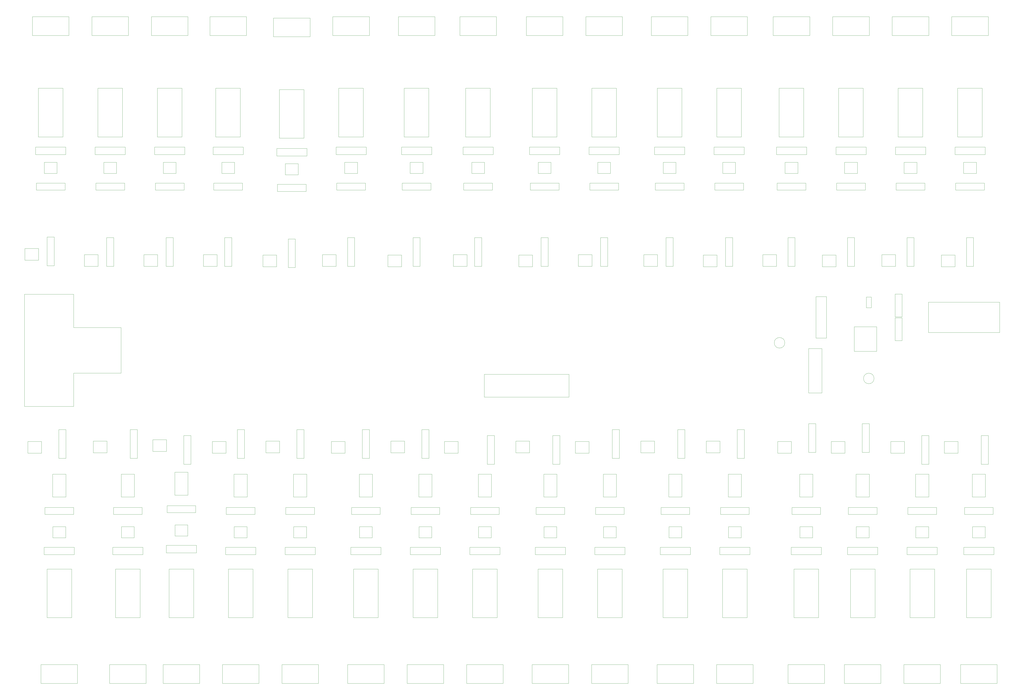
<source format=gbr>
%TF.GenerationSoftware,KiCad,Pcbnew,7.0.7*%
%TF.CreationDate,2023-09-03T02:21:55+05:00*%
%TF.ProjectId,MCUPCB,4d435550-4342-42e6-9b69-6361645f7063,rev?*%
%TF.SameCoordinates,Original*%
%TF.FileFunction,Other,User*%
%FSLAX46Y46*%
G04 Gerber Fmt 4.6, Leading zero omitted, Abs format (unit mm)*
G04 Created by KiCad (PCBNEW 7.0.7) date 2023-09-03 02:21:55*
%MOMM*%
%LPD*%
G01*
G04 APERTURE LIST*
%ADD10C,0.050000*%
G04 APERTURE END LIST*
D10*
%TO.C,D21*%
X383130000Y-122740000D02*
X383130000Y-119540000D01*
X370270000Y-119540000D02*
X370270000Y-122740000D01*
X383130000Y-119540000D02*
X370270000Y-119540000D01*
X370270000Y-122740000D02*
X383130000Y-122740000D01*
%TO.C,K12*%
X396807500Y-94390000D02*
X396807500Y-115170000D01*
X396807500Y-94390000D02*
X407307500Y-94390000D01*
X407307500Y-115170000D02*
X396807500Y-115170000D01*
X407307500Y-115170000D02*
X407307500Y-94390000D01*
%TO.C,D15*%
X301392500Y-122740000D02*
X301392500Y-119540000D01*
X288532500Y-119540000D02*
X288532500Y-122740000D01*
X301392500Y-119540000D02*
X288532500Y-119540000D01*
X288532500Y-122740000D02*
X301392500Y-122740000D01*
%TO.C,K14*%
X448825000Y-94390000D02*
X448825000Y-115170000D01*
X448825000Y-94390000D02*
X459325000Y-94390000D01*
X459325000Y-115170000D02*
X448825000Y-115170000D01*
X459325000Y-115170000D02*
X459325000Y-94390000D01*
%TO.C,Q8*%
X297692500Y-130770000D02*
X292232500Y-130770000D01*
X292232500Y-126030000D02*
X292232500Y-130770000D01*
X297692500Y-130770000D02*
X297692500Y-126030000D01*
X292232500Y-126030000D02*
X297692500Y-126030000D01*
%TO.C,K15*%
X474225000Y-94390000D02*
X474225000Y-115170000D01*
X474225000Y-94390000D02*
X484725000Y-94390000D01*
X484725000Y-115170000D02*
X474225000Y-115170000D01*
X484725000Y-115170000D02*
X484725000Y-94390000D01*
%TO.C,K16*%
X499625000Y-94390000D02*
X499625000Y-115170000D01*
X499625000Y-94390000D02*
X510125000Y-94390000D01*
X510125000Y-115170000D02*
X499625000Y-115170000D01*
X510125000Y-115170000D02*
X510125000Y-94390000D01*
%TO.C,K5*%
X210147500Y-94950000D02*
X210147500Y-115730000D01*
X210147500Y-94950000D02*
X220647500Y-94950000D01*
X220647500Y-115730000D02*
X210147500Y-115730000D01*
X220647500Y-115730000D02*
X220647500Y-94950000D01*
%TO.C,J14*%
X461917500Y-71800000D02*
X446317500Y-71800000D01*
X446317500Y-63800000D02*
X446317500Y-71800000D01*
X446317500Y-63800000D02*
X461917500Y-63800000D01*
X461917500Y-71800000D02*
X461917500Y-63800000D01*
%TO.C,Q10*%
X346030000Y-126030000D02*
X351490000Y-126030000D01*
X351490000Y-130770000D02*
X351490000Y-126030000D01*
X346030000Y-126030000D02*
X346030000Y-130770000D01*
X351490000Y-130770000D02*
X346030000Y-130770000D01*
%TO.C,K10*%
X353967500Y-115170000D02*
X353967500Y-94390000D01*
X353967500Y-115170000D02*
X343467500Y-115170000D01*
X343467500Y-94390000D02*
X353967500Y-94390000D01*
X343467500Y-94390000D02*
X343467500Y-115170000D01*
%TO.C,R23*%
X403600000Y-158190000D02*
X400600000Y-158190000D01*
X400600000Y-158190000D02*
X400600000Y-170450000D01*
X403600000Y-170450000D02*
X403600000Y-158190000D01*
X400600000Y-170450000D02*
X403600000Y-170450000D01*
%TO.C,D23*%
X395670000Y-122740000D02*
X408530000Y-122740000D01*
X408530000Y-119540000D02*
X395670000Y-119540000D01*
X395670000Y-119540000D02*
X395670000Y-122740000D01*
X408530000Y-122740000D02*
X408530000Y-119540000D01*
%TO.C,K11*%
X371407500Y-94390000D02*
X371407500Y-115170000D01*
X371407500Y-94390000D02*
X381907500Y-94390000D01*
X381907500Y-115170000D02*
X371407500Y-115170000D01*
X381907500Y-115170000D02*
X381907500Y-94390000D01*
%TO.C,D24*%
X396947500Y-170610000D02*
X396947500Y-165610000D01*
X391097500Y-165610000D02*
X391097500Y-170610000D01*
X396947500Y-165610000D02*
X391097500Y-165610000D01*
X391097500Y-170610000D02*
X396947500Y-170610000D01*
%TO.C,Q16*%
X502187500Y-126030000D02*
X507647500Y-126030000D01*
X507647500Y-130770000D02*
X507647500Y-126030000D01*
X502187500Y-126030000D02*
X502187500Y-130770000D01*
X507647500Y-130770000D02*
X502187500Y-130770000D01*
%TO.C,K13*%
X423425000Y-94390000D02*
X423425000Y-115170000D01*
X423425000Y-94390000D02*
X433925000Y-94390000D01*
X433925000Y-115170000D02*
X423425000Y-115170000D01*
X433925000Y-115170000D02*
X433925000Y-94390000D01*
%TO.C,D26*%
X422347500Y-170450000D02*
X422347500Y-165450000D01*
X416497500Y-165450000D02*
X416497500Y-170450000D01*
X422347500Y-165450000D02*
X416497500Y-165450000D01*
X416497500Y-170450000D02*
X422347500Y-170450000D01*
%TO.C,Q11*%
X379430000Y-130770000D02*
X373970000Y-130770000D01*
X373970000Y-126030000D02*
X373970000Y-130770000D01*
X379430000Y-130770000D02*
X379430000Y-126030000D01*
X373970000Y-126030000D02*
X379430000Y-126030000D01*
%TO.C,R29*%
X481017500Y-158190000D02*
X478017500Y-158190000D01*
X478017500Y-158190000D02*
X478017500Y-170450000D01*
X481017500Y-170450000D02*
X481017500Y-158190000D01*
X478017500Y-170450000D02*
X481017500Y-170450000D01*
%TO.C,Q13*%
X425987500Y-126030000D02*
X431447500Y-126030000D01*
X431447500Y-130770000D02*
X431447500Y-126030000D01*
X425987500Y-126030000D02*
X425987500Y-130770000D01*
X431447500Y-130770000D02*
X425987500Y-130770000D01*
%TO.C,Q6*%
X243487500Y-130770000D02*
X238027500Y-130770000D01*
X238027500Y-126030000D02*
X238027500Y-130770000D01*
X243487500Y-130770000D02*
X243487500Y-126030000D01*
X238027500Y-126030000D02*
X243487500Y-126030000D01*
%TO.C,Q4*%
X191012500Y-130770000D02*
X185552500Y-130770000D01*
X185552500Y-126030000D02*
X185552500Y-130770000D01*
X191012500Y-130770000D02*
X191012500Y-126030000D01*
X185552500Y-126030000D02*
X191012500Y-126030000D01*
%TO.C,Q12*%
X404830000Y-130770000D02*
X399370000Y-130770000D01*
X399370000Y-126030000D02*
X399370000Y-130770000D01*
X404830000Y-130770000D02*
X404830000Y-126030000D01*
X399370000Y-126030000D02*
X404830000Y-126030000D01*
%TO.C,D20*%
X337757500Y-170450000D02*
X343607500Y-170450000D01*
X343607500Y-165450000D02*
X337757500Y-165450000D01*
X337757500Y-165450000D02*
X337757500Y-170450000D01*
X343607500Y-170450000D02*
X343607500Y-165450000D01*
%TO.C,Q3*%
X166070000Y-130770000D02*
X160610000Y-130770000D01*
X160610000Y-126030000D02*
X160610000Y-130770000D01*
X166070000Y-130770000D02*
X166070000Y-126030000D01*
X160610000Y-126030000D02*
X166070000Y-126030000D01*
%TO.C,Q1*%
X109810000Y-126030000D02*
X115270000Y-126030000D01*
X115270000Y-130770000D02*
X115270000Y-126030000D01*
X109810000Y-126030000D02*
X109810000Y-130770000D01*
X115270000Y-130770000D02*
X109810000Y-130770000D01*
%TO.C,Q5*%
X218170000Y-131330000D02*
X212710000Y-131330000D01*
X212710000Y-126590000D02*
X212710000Y-131330000D01*
X218170000Y-131330000D02*
X218170000Y-126590000D01*
X212710000Y-126590000D02*
X218170000Y-126590000D01*
%TO.C,Q2*%
X135210000Y-126030000D02*
X140670000Y-126030000D01*
X140670000Y-130770000D02*
X140670000Y-126030000D01*
X135210000Y-126030000D02*
X135210000Y-130770000D01*
X140670000Y-130770000D02*
X135210000Y-130770000D01*
%TO.C,R12*%
X234627500Y-134880000D02*
X234627500Y-137880000D01*
X234627500Y-137880000D02*
X246887500Y-137880000D01*
X246887500Y-134880000D02*
X234627500Y-134880000D01*
X246887500Y-137880000D02*
X246887500Y-134880000D01*
%TO.C,Q9*%
X326090000Y-130770000D02*
X320630000Y-130770000D01*
X320630000Y-126030000D02*
X320630000Y-130770000D01*
X326090000Y-130770000D02*
X326090000Y-126030000D01*
X320630000Y-126030000D02*
X326090000Y-126030000D01*
%TO.C,Q15*%
X476787500Y-126030000D02*
X482247500Y-126030000D01*
X482247500Y-130770000D02*
X482247500Y-126030000D01*
X476787500Y-126030000D02*
X476787500Y-130770000D01*
X482247500Y-130770000D02*
X476787500Y-130770000D01*
%TO.C,R10*%
X209310000Y-135440000D02*
X209310000Y-138440000D01*
X209310000Y-138440000D02*
X221570000Y-138440000D01*
X221570000Y-135440000D02*
X209310000Y-135440000D01*
X221570000Y-138440000D02*
X221570000Y-135440000D01*
%TO.C,D16*%
X284417500Y-170450000D02*
X290267500Y-170450000D01*
X290267500Y-165450000D02*
X284417500Y-165450000D01*
X284417500Y-165450000D02*
X284417500Y-170450000D01*
X290267500Y-170450000D02*
X290267500Y-165450000D01*
%TO.C,Q7*%
X265972500Y-126030000D02*
X271432500Y-126030000D01*
X271432500Y-130770000D02*
X271432500Y-126030000D01*
X265972500Y-126030000D02*
X265972500Y-130770000D01*
X271432500Y-130770000D02*
X265972500Y-130770000D01*
%TO.C,Q14*%
X456847500Y-130770000D02*
X451387500Y-130770000D01*
X451387500Y-126030000D02*
X451387500Y-130770000D01*
X456847500Y-130770000D02*
X456847500Y-126030000D01*
X451387500Y-126030000D02*
X456847500Y-126030000D01*
%TO.C,D11*%
X234327500Y-122740000D02*
X247187500Y-122740000D01*
X247187500Y-119540000D02*
X234327500Y-119540000D01*
X234327500Y-119540000D02*
X234327500Y-122740000D01*
X247187500Y-122740000D02*
X247187500Y-119540000D01*
%TO.C,R2*%
X106410000Y-134880000D02*
X106410000Y-137880000D01*
X106410000Y-137880000D02*
X118670000Y-137880000D01*
X118670000Y-134880000D02*
X106410000Y-134880000D01*
X118670000Y-137880000D02*
X118670000Y-134880000D01*
%TO.C,R3*%
X139440000Y-158190000D02*
X136440000Y-158190000D01*
X136440000Y-158190000D02*
X136440000Y-170450000D01*
X139440000Y-170450000D02*
X139440000Y-158190000D01*
X136440000Y-170450000D02*
X139440000Y-170450000D01*
%TO.C,R4*%
X131810000Y-134880000D02*
X131810000Y-137880000D01*
X131810000Y-137880000D02*
X144070000Y-137880000D01*
X144070000Y-134880000D02*
X131810000Y-134880000D01*
X144070000Y-137880000D02*
X144070000Y-134880000D01*
%TO.C,D32*%
X492697500Y-170610000D02*
X498547500Y-170610000D01*
X498547500Y-165610000D02*
X492697500Y-165610000D01*
X492697500Y-165610000D02*
X492697500Y-170610000D01*
X498547500Y-170610000D02*
X498547500Y-165610000D01*
%TO.C,R5*%
X164840000Y-158190000D02*
X161840000Y-158190000D01*
X161840000Y-158190000D02*
X161840000Y-170450000D01*
X164840000Y-170450000D02*
X164840000Y-158190000D01*
X161840000Y-170450000D02*
X164840000Y-170450000D01*
%TO.C,D9*%
X209010000Y-123300000D02*
X221870000Y-123300000D01*
X221870000Y-120100000D02*
X209010000Y-120100000D01*
X209010000Y-120100000D02*
X209010000Y-123300000D01*
X221870000Y-123300000D02*
X221870000Y-120100000D01*
%TO.C,R6*%
X157210000Y-134880000D02*
X157210000Y-137880000D01*
X157210000Y-137880000D02*
X169470000Y-137880000D01*
X169470000Y-134880000D02*
X157210000Y-134880000D01*
X169470000Y-137880000D02*
X169470000Y-134880000D01*
%TO.C,R7*%
X189782500Y-158190000D02*
X186782500Y-158190000D01*
X186782500Y-158190000D02*
X186782500Y-170450000D01*
X189782500Y-170450000D02*
X189782500Y-158190000D01*
X186782500Y-170450000D02*
X189782500Y-170450000D01*
%TO.C,R8*%
X182152500Y-134880000D02*
X182152500Y-137880000D01*
X182152500Y-137880000D02*
X194412500Y-137880000D01*
X194412500Y-134880000D02*
X182152500Y-134880000D01*
X194412500Y-137880000D02*
X194412500Y-134880000D01*
%TO.C,J15*%
X487317500Y-71800000D02*
X471717500Y-71800000D01*
X471717500Y-63800000D02*
X471717500Y-71800000D01*
X471717500Y-63800000D02*
X487317500Y-63800000D01*
X487317500Y-71800000D02*
X487317500Y-63800000D01*
%TO.C,D8*%
X177737500Y-170450000D02*
X183587500Y-170450000D01*
X183587500Y-165450000D02*
X177737500Y-165450000D01*
X177737500Y-165450000D02*
X177737500Y-170450000D01*
X183587500Y-170450000D02*
X183587500Y-165450000D01*
%TO.C,D13*%
X262272500Y-122740000D02*
X275132500Y-122740000D01*
X275132500Y-119540000D02*
X262272500Y-119540000D01*
X262272500Y-119540000D02*
X262272500Y-122740000D01*
X275132500Y-122740000D02*
X275132500Y-119540000D01*
%TO.C,D18*%
X318207500Y-170610000D02*
X318207500Y-165610000D01*
X312357500Y-165610000D02*
X312357500Y-170610000D01*
X318207500Y-165610000D02*
X312357500Y-165610000D01*
X312357500Y-170610000D02*
X318207500Y-170610000D01*
%TO.C,D3*%
X131510000Y-122740000D02*
X144370000Y-122740000D01*
X144370000Y-119540000D02*
X131510000Y-119540000D01*
X131510000Y-119540000D02*
X131510000Y-122740000D01*
X144370000Y-122740000D02*
X144370000Y-119540000D01*
%TO.C,D4*%
X132787500Y-170450000D02*
X132787500Y-165450000D01*
X126937500Y-165450000D02*
X126937500Y-170450000D01*
X132787500Y-165450000D02*
X126937500Y-165450000D01*
X126937500Y-170450000D02*
X132787500Y-170450000D01*
%TO.C,D17*%
X329790000Y-122740000D02*
X329790000Y-119540000D01*
X316930000Y-119540000D02*
X316930000Y-122740000D01*
X329790000Y-119540000D02*
X316930000Y-119540000D01*
X316930000Y-122740000D02*
X329790000Y-122740000D01*
%TO.C,D1*%
X106110000Y-122740000D02*
X118970000Y-122740000D01*
X118970000Y-119540000D02*
X106110000Y-119540000D01*
X106110000Y-119540000D02*
X106110000Y-122740000D01*
X118970000Y-122740000D02*
X118970000Y-119540000D01*
%TO.C,D6*%
X158187500Y-170450000D02*
X158187500Y-165450000D01*
X152337500Y-165450000D02*
X152337500Y-170450000D01*
X158187500Y-165450000D02*
X152337500Y-165450000D01*
X152337500Y-170450000D02*
X158187500Y-170450000D01*
%TO.C,D7*%
X181852500Y-122740000D02*
X194712500Y-122740000D01*
X194712500Y-119540000D02*
X181852500Y-119540000D01*
X181852500Y-119540000D02*
X181852500Y-122740000D01*
X194712500Y-122740000D02*
X194712500Y-119540000D01*
%TO.C,D5*%
X156910000Y-122740000D02*
X169770000Y-122740000D01*
X169770000Y-119540000D02*
X156910000Y-119540000D01*
X156910000Y-119540000D02*
X156910000Y-122740000D01*
X169770000Y-122740000D02*
X169770000Y-119540000D01*
%TO.C,D10*%
X208987500Y-170610000D02*
X208987500Y-165610000D01*
X203137500Y-165610000D02*
X203137500Y-170610000D01*
X208987500Y-165610000D02*
X203137500Y-165610000D01*
X203137500Y-170610000D02*
X208987500Y-170610000D01*
%TO.C,D12*%
X234387500Y-170450000D02*
X234387500Y-165450000D01*
X228537500Y-165450000D02*
X228537500Y-170450000D01*
X234387500Y-165450000D02*
X228537500Y-165450000D01*
X228537500Y-170450000D02*
X234387500Y-170450000D01*
%TO.C,D19*%
X342330000Y-122740000D02*
X355190000Y-122740000D01*
X355190000Y-119540000D02*
X342330000Y-119540000D01*
X342330000Y-119540000D02*
X342330000Y-122740000D01*
X355190000Y-122740000D02*
X355190000Y-119540000D01*
%TO.C,D14*%
X256477500Y-170610000D02*
X262327500Y-170610000D01*
X262327500Y-165610000D02*
X256477500Y-165610000D01*
X256477500Y-165610000D02*
X256477500Y-170610000D01*
X262327500Y-170610000D02*
X262327500Y-165610000D01*
%TO.C,D22*%
X365697500Y-170450000D02*
X371547500Y-170450000D01*
X371547500Y-165450000D02*
X365697500Y-165450000D01*
X365697500Y-165450000D02*
X365697500Y-170450000D01*
X371547500Y-170450000D02*
X371547500Y-165450000D01*
%TO.C,J2*%
X145740000Y-71800000D02*
X130140000Y-71800000D01*
X130140000Y-63800000D02*
X130140000Y-71800000D01*
X130140000Y-63800000D02*
X145740000Y-63800000D01*
X145740000Y-71800000D02*
X145740000Y-63800000D01*
%TO.C,D31*%
X498487500Y-122740000D02*
X511347500Y-122740000D01*
X511347500Y-119540000D02*
X498487500Y-119540000D01*
X498487500Y-119540000D02*
X498487500Y-122740000D01*
X511347500Y-122740000D02*
X511347500Y-119540000D01*
%TO.C,D28*%
X447747500Y-170610000D02*
X447747500Y-165610000D01*
X441897500Y-165610000D02*
X441897500Y-170610000D01*
X447747500Y-165610000D02*
X441897500Y-165610000D01*
X441897500Y-170610000D02*
X447747500Y-170610000D01*
%TO.C,D29*%
X473087500Y-122740000D02*
X485947500Y-122740000D01*
X485947500Y-119540000D02*
X473087500Y-119540000D01*
X473087500Y-119540000D02*
X473087500Y-122740000D01*
X485947500Y-122740000D02*
X485947500Y-119540000D01*
%TO.C,D27*%
X447687500Y-122740000D02*
X460547500Y-122740000D01*
X460547500Y-119540000D02*
X447687500Y-119540000D01*
X447687500Y-119540000D02*
X447687500Y-122740000D01*
X460547500Y-122740000D02*
X460547500Y-119540000D01*
%TO.C,D30*%
X473147500Y-170450000D02*
X473147500Y-165450000D01*
X467297500Y-165450000D02*
X467297500Y-170450000D01*
X473147500Y-165450000D02*
X467297500Y-165450000D01*
X467297500Y-170450000D02*
X473147500Y-170450000D01*
%TO.C,D25*%
X435147500Y-122740000D02*
X435147500Y-119540000D01*
X422287500Y-119540000D02*
X422287500Y-122740000D01*
X435147500Y-119540000D02*
X422287500Y-119540000D01*
X422287500Y-122740000D02*
X435147500Y-122740000D01*
%TO.C,J12*%
X409900000Y-71800000D02*
X394300000Y-71800000D01*
X394300000Y-63800000D02*
X394300000Y-71800000D01*
X394300000Y-63800000D02*
X409900000Y-63800000D01*
X409900000Y-71800000D02*
X409900000Y-63800000D01*
%TO.C,J9*%
X331160000Y-71800000D02*
X315560000Y-71800000D01*
X315560000Y-63800000D02*
X315560000Y-71800000D01*
X315560000Y-63800000D02*
X331160000Y-63800000D01*
X331160000Y-71800000D02*
X331160000Y-63800000D01*
%TO.C,J7*%
X276502500Y-71800000D02*
X276502500Y-63800000D01*
X260902500Y-63800000D02*
X276502500Y-63800000D01*
X260902500Y-63800000D02*
X260902500Y-71800000D01*
X276502500Y-71800000D02*
X260902500Y-71800000D01*
%TO.C,J1*%
X120340000Y-71800000D02*
X104740000Y-71800000D01*
X104740000Y-63800000D02*
X104740000Y-71800000D01*
X104740000Y-63800000D02*
X120340000Y-63800000D01*
X120340000Y-71800000D02*
X120340000Y-63800000D01*
%TO.C,J3*%
X171140000Y-71800000D02*
X171140000Y-63800000D01*
X155540000Y-63800000D02*
X171140000Y-63800000D01*
X155540000Y-63800000D02*
X155540000Y-71800000D01*
X171140000Y-71800000D02*
X155540000Y-71800000D01*
%TO.C,J4*%
X196082500Y-71800000D02*
X180482500Y-71800000D01*
X180482500Y-63800000D02*
X180482500Y-71800000D01*
X180482500Y-63800000D02*
X196082500Y-63800000D01*
X196082500Y-71800000D02*
X196082500Y-63800000D01*
%TO.C,J11*%
X384500000Y-71800000D02*
X368900000Y-71800000D01*
X368900000Y-63800000D02*
X368900000Y-71800000D01*
X368900000Y-63800000D02*
X384500000Y-63800000D01*
X384500000Y-71800000D02*
X384500000Y-63800000D01*
%TO.C,J8*%
X302762500Y-71800000D02*
X287162500Y-71800000D01*
X287162500Y-63800000D02*
X287162500Y-71800000D01*
X287162500Y-63800000D02*
X302762500Y-63800000D01*
X302762500Y-71800000D02*
X302762500Y-63800000D01*
%TO.C,J6*%
X248557500Y-71800000D02*
X232957500Y-71800000D01*
X232957500Y-63800000D02*
X232957500Y-71800000D01*
X232957500Y-63800000D02*
X248557500Y-63800000D01*
X248557500Y-71800000D02*
X248557500Y-63800000D01*
%TO.C,J10*%
X356560000Y-71800000D02*
X356560000Y-63800000D01*
X340960000Y-63800000D02*
X356560000Y-63800000D01*
X340960000Y-63800000D02*
X340960000Y-71800000D01*
X356560000Y-71800000D02*
X340960000Y-71800000D01*
%TO.C,J5*%
X223240000Y-72360000D02*
X207640000Y-72360000D01*
X207640000Y-64360000D02*
X207640000Y-72360000D01*
X207640000Y-64360000D02*
X223240000Y-64360000D01*
X223240000Y-72360000D02*
X223240000Y-64360000D01*
%TO.C,J13*%
X436517500Y-71800000D02*
X436517500Y-63800000D01*
X420917500Y-63800000D02*
X436517500Y-63800000D01*
X420917500Y-63800000D02*
X420917500Y-71800000D01*
X436517500Y-71800000D02*
X420917500Y-71800000D01*
%TO.C,J16*%
X512717500Y-71800000D02*
X497117500Y-71800000D01*
X497117500Y-63800000D02*
X497117500Y-71800000D01*
X497117500Y-63800000D02*
X512717500Y-63800000D01*
X512717500Y-71800000D02*
X512717500Y-63800000D01*
%TO.C,K7*%
X273910000Y-115170000D02*
X273910000Y-94390000D01*
X273910000Y-115170000D02*
X263410000Y-115170000D01*
X263410000Y-94390000D02*
X273910000Y-94390000D01*
X263410000Y-94390000D02*
X263410000Y-115170000D01*
%TO.C,K8*%
X289670000Y-94390000D02*
X289670000Y-115170000D01*
X289670000Y-94390000D02*
X300170000Y-94390000D01*
X300170000Y-115170000D02*
X289670000Y-115170000D01*
X300170000Y-115170000D02*
X300170000Y-94390000D01*
%TO.C,K9*%
X318067500Y-94390000D02*
X318067500Y-115170000D01*
X318067500Y-94390000D02*
X328567500Y-94390000D01*
X328567500Y-115170000D02*
X318067500Y-115170000D01*
X328567500Y-115170000D02*
X328567500Y-94390000D01*
%TO.C,K1*%
X117747500Y-115170000D02*
X117747500Y-94390000D01*
X117747500Y-115170000D02*
X107247500Y-115170000D01*
X107247500Y-94390000D02*
X117747500Y-94390000D01*
X107247500Y-94390000D02*
X107247500Y-115170000D01*
%TO.C,K4*%
X182990000Y-94390000D02*
X182990000Y-115170000D01*
X182990000Y-94390000D02*
X193490000Y-94390000D01*
X193490000Y-115170000D02*
X182990000Y-115170000D01*
X193490000Y-115170000D02*
X193490000Y-94390000D01*
%TO.C,K3*%
X158047500Y-94390000D02*
X158047500Y-115170000D01*
X158047500Y-94390000D02*
X168547500Y-94390000D01*
X168547500Y-115170000D02*
X158047500Y-115170000D01*
X168547500Y-115170000D02*
X168547500Y-94390000D01*
%TO.C,K6*%
X235465000Y-94390000D02*
X235465000Y-115170000D01*
X235465000Y-94390000D02*
X245965000Y-94390000D01*
X245965000Y-115170000D02*
X235465000Y-115170000D01*
X245965000Y-115170000D02*
X245965000Y-94390000D01*
%TO.C,K2*%
X132647500Y-94390000D02*
X132647500Y-115170000D01*
X132647500Y-94390000D02*
X143147500Y-94390000D01*
X143147500Y-115170000D02*
X132647500Y-115170000D01*
X143147500Y-115170000D02*
X143147500Y-94390000D01*
%TO.C,R1*%
X114040000Y-157940000D02*
X111040000Y-157940000D01*
X111040000Y-157940000D02*
X111040000Y-170200000D01*
X114040000Y-170200000D02*
X114040000Y-157940000D01*
X111040000Y-170200000D02*
X114040000Y-170200000D01*
%TO.C,D2*%
X107387500Y-167820000D02*
X107387500Y-162820000D01*
X101537500Y-162820000D02*
X101537500Y-167820000D01*
X107387500Y-162820000D02*
X101537500Y-162820000D01*
X101537500Y-167820000D02*
X107387500Y-167820000D01*
%TO.C,R13*%
X267202500Y-170450000D02*
X270202500Y-170450000D01*
X270202500Y-170450000D02*
X270202500Y-158190000D01*
X267202500Y-158190000D02*
X267202500Y-170450000D01*
X270202500Y-158190000D02*
X267202500Y-158190000D01*
%TO.C,R25*%
X427217500Y-170450000D02*
X430217500Y-170450000D01*
X430217500Y-170450000D02*
X430217500Y-158190000D01*
X427217500Y-158190000D02*
X427217500Y-170450000D01*
X430217500Y-158190000D02*
X427217500Y-158190000D01*
%TO.C,R16*%
X288832500Y-134880000D02*
X288832500Y-137880000D01*
X288832500Y-137880000D02*
X301092500Y-137880000D01*
X301092500Y-134880000D02*
X288832500Y-134880000D01*
X301092500Y-137880000D02*
X301092500Y-134880000D01*
%TO.C,R20*%
X354890000Y-137880000D02*
X354890000Y-134880000D01*
X354890000Y-134880000D02*
X342630000Y-134880000D01*
X342630000Y-137880000D02*
X354890000Y-137880000D01*
X342630000Y-134880000D02*
X342630000Y-137880000D01*
%TO.C,R32*%
X498787500Y-134880000D02*
X498787500Y-137880000D01*
X498787500Y-137880000D02*
X511047500Y-137880000D01*
X511047500Y-134880000D02*
X498787500Y-134880000D01*
X511047500Y-137880000D02*
X511047500Y-134880000D01*
%TO.C,R9*%
X216940000Y-158750000D02*
X213940000Y-158750000D01*
X213940000Y-158750000D02*
X213940000Y-171010000D01*
X216940000Y-171010000D02*
X216940000Y-158750000D01*
X213940000Y-171010000D02*
X216940000Y-171010000D01*
%TO.C,R22*%
X370570000Y-134880000D02*
X370570000Y-137880000D01*
X370570000Y-137880000D02*
X382830000Y-137880000D01*
X382830000Y-134880000D02*
X370570000Y-134880000D01*
X382830000Y-137880000D02*
X382830000Y-134880000D01*
%TO.C,R11*%
X242257500Y-158190000D02*
X239257500Y-158190000D01*
X239257500Y-158190000D02*
X239257500Y-170450000D01*
X242257500Y-170450000D02*
X242257500Y-158190000D01*
X239257500Y-170450000D02*
X242257500Y-170450000D01*
%TO.C,R21*%
X378200000Y-158190000D02*
X375200000Y-158190000D01*
X375200000Y-158190000D02*
X375200000Y-170450000D01*
X378200000Y-170450000D02*
X378200000Y-158190000D01*
X375200000Y-170450000D02*
X378200000Y-170450000D01*
%TO.C,R28*%
X447987500Y-134880000D02*
X447987500Y-137880000D01*
X447987500Y-137880000D02*
X460247500Y-137880000D01*
X460247500Y-134880000D02*
X447987500Y-134880000D01*
X460247500Y-137880000D02*
X460247500Y-134880000D01*
%TO.C,R31*%
X506417500Y-158190000D02*
X503417500Y-158190000D01*
X503417500Y-158190000D02*
X503417500Y-170450000D01*
X506417500Y-170450000D02*
X506417500Y-158190000D01*
X503417500Y-170450000D02*
X506417500Y-170450000D01*
%TO.C,R15*%
X296462500Y-158190000D02*
X293462500Y-158190000D01*
X293462500Y-158190000D02*
X293462500Y-170450000D01*
X296462500Y-170450000D02*
X296462500Y-158190000D01*
X293462500Y-170450000D02*
X296462500Y-170450000D01*
%TO.C,R18*%
X317230000Y-134880000D02*
X317230000Y-137880000D01*
X317230000Y-137880000D02*
X329490000Y-137880000D01*
X329490000Y-134880000D02*
X317230000Y-134880000D01*
X329490000Y-137880000D02*
X329490000Y-134880000D01*
%TO.C,R14*%
X274832500Y-137880000D02*
X274832500Y-134880000D01*
X274832500Y-134880000D02*
X262572500Y-134880000D01*
X262572500Y-137880000D02*
X274832500Y-137880000D01*
X262572500Y-134880000D02*
X262572500Y-137880000D01*
%TO.C,R17*%
X324860000Y-158190000D02*
X321860000Y-158190000D01*
X321860000Y-158190000D02*
X321860000Y-170450000D01*
X324860000Y-170450000D02*
X324860000Y-158190000D01*
X321860000Y-170450000D02*
X324860000Y-170450000D01*
%TO.C,R19*%
X347260000Y-170450000D02*
X350260000Y-170450000D01*
X350260000Y-170450000D02*
X350260000Y-158190000D01*
X347260000Y-158190000D02*
X347260000Y-170450000D01*
X350260000Y-158190000D02*
X347260000Y-158190000D01*
%TO.C,R24*%
X395970000Y-134880000D02*
X395970000Y-137880000D01*
X395970000Y-137880000D02*
X408230000Y-137880000D01*
X408230000Y-134880000D02*
X395970000Y-134880000D01*
X408230000Y-137880000D02*
X408230000Y-134880000D01*
%TO.C,R26*%
X434847500Y-137880000D02*
X434847500Y-134880000D01*
X434847500Y-134880000D02*
X422587500Y-134880000D01*
X422587500Y-137880000D02*
X434847500Y-137880000D01*
X422587500Y-134880000D02*
X422587500Y-137880000D01*
%TO.C,R27*%
X455617500Y-158190000D02*
X452617500Y-158190000D01*
X452617500Y-158190000D02*
X452617500Y-170450000D01*
X455617500Y-170450000D02*
X455617500Y-158190000D01*
X452617500Y-170450000D02*
X455617500Y-170450000D01*
%TO.C,R30*%
X473387500Y-134880000D02*
X473387500Y-137880000D01*
X473387500Y-137880000D02*
X485647500Y-137880000D01*
X485647500Y-134880000D02*
X473387500Y-134880000D01*
X485647500Y-137880000D02*
X485647500Y-134880000D01*
%TO.C,U33*%
X122305000Y-230370000D02*
X122305000Y-216120000D01*
X122305000Y-182370000D02*
X101365000Y-182370000D01*
X142615000Y-216120000D02*
X142615000Y-196620000D01*
X101365000Y-230370000D02*
X122305000Y-230370000D01*
X142615000Y-216120000D02*
X122305000Y-216120000D01*
X122305000Y-196620000D02*
X122305000Y-182370000D01*
X101365000Y-182370000D02*
X101365000Y-230370000D01*
X122305000Y-196620000D02*
X142615000Y-196620000D01*
%TO.C,D46*%
X342285000Y-250330000D02*
X342285000Y-245330000D01*
X336435000Y-245330000D02*
X336435000Y-250330000D01*
X342285000Y-245330000D02*
X336435000Y-245330000D01*
X336435000Y-250330000D02*
X342285000Y-250330000D01*
%TO.C,L1*%
X439167500Y-201140000D02*
X443667500Y-201140000D01*
X443667500Y-183390000D02*
X439167500Y-183390000D01*
X439167500Y-183390000D02*
X439167500Y-201140000D01*
X443667500Y-201140000D02*
X443667500Y-183390000D01*
%TO.C,U36*%
X455507500Y-206810000D02*
X465107500Y-206810000D01*
X455507500Y-196310000D02*
X455507500Y-206810000D01*
X465107500Y-196310000D02*
X455507500Y-196310000D01*
X465107500Y-206810000D02*
X465107500Y-196310000D01*
%TO.C,U35*%
X297627500Y-216580000D02*
X297627500Y-226380000D01*
X297627500Y-226380000D02*
X333727500Y-226380000D01*
X333727500Y-226380000D02*
X333727500Y-216580000D01*
X333727500Y-216580000D02*
X297627500Y-216580000D01*
%TO.C,U32*%
X113367500Y-259260000D02*
X113367500Y-269060000D01*
X113367500Y-269060000D02*
X119017500Y-269060000D01*
X119017500Y-269060000D02*
X119017500Y-259260000D01*
X119017500Y-259260000D02*
X113367500Y-259260000D01*
%TO.C,U31*%
X142630000Y-259260000D02*
X142630000Y-269060000D01*
X142630000Y-269060000D02*
X148280000Y-269060000D01*
X148280000Y-269060000D02*
X148280000Y-259260000D01*
X148280000Y-259260000D02*
X142630000Y-259260000D01*
%TO.C,U30*%
X165490000Y-258480000D02*
X165490000Y-268280000D01*
X165490000Y-268280000D02*
X171140000Y-268280000D01*
X171140000Y-268280000D02*
X171140000Y-258480000D01*
X171140000Y-258480000D02*
X165490000Y-258480000D01*
%TO.C,U29*%
X196435000Y-259260000D02*
X190785000Y-259260000D01*
X196435000Y-269060000D02*
X196435000Y-259260000D01*
X190785000Y-269060000D02*
X196435000Y-269060000D01*
X190785000Y-259260000D02*
X190785000Y-269060000D01*
%TO.C,U28*%
X221835000Y-259260000D02*
X216185000Y-259260000D01*
X221835000Y-269060000D02*
X221835000Y-259260000D01*
X216185000Y-269060000D02*
X221835000Y-269060000D01*
X216185000Y-259260000D02*
X216185000Y-269060000D01*
%TO.C,U27*%
X244230000Y-259260000D02*
X244230000Y-269060000D01*
X244230000Y-269060000D02*
X249880000Y-269060000D01*
X249880000Y-269060000D02*
X249880000Y-259260000D01*
X249880000Y-259260000D02*
X244230000Y-259260000D01*
%TO.C,U26*%
X269630000Y-259260000D02*
X269630000Y-269060000D01*
X269630000Y-269060000D02*
X275280000Y-269060000D01*
X275280000Y-269060000D02*
X275280000Y-259260000D01*
X275280000Y-259260000D02*
X269630000Y-259260000D01*
%TO.C,U25*%
X295030000Y-259260000D02*
X295030000Y-269060000D01*
X295030000Y-269060000D02*
X300680000Y-269060000D01*
X300680000Y-269060000D02*
X300680000Y-259260000D01*
X300680000Y-259260000D02*
X295030000Y-259260000D01*
%TO.C,U24*%
X322970000Y-259260000D02*
X322970000Y-269060000D01*
X322970000Y-269060000D02*
X328620000Y-269060000D01*
X328620000Y-269060000D02*
X328620000Y-259260000D01*
X328620000Y-259260000D02*
X322970000Y-259260000D01*
%TO.C,U23*%
X348370000Y-259260000D02*
X348370000Y-269060000D01*
X348370000Y-269060000D02*
X354020000Y-269060000D01*
X354020000Y-269060000D02*
X354020000Y-259260000D01*
X354020000Y-259260000D02*
X348370000Y-259260000D01*
%TO.C,U22*%
X376310000Y-259260000D02*
X376310000Y-269060000D01*
X376310000Y-269060000D02*
X381960000Y-269060000D01*
X381960000Y-269060000D02*
X381960000Y-259260000D01*
X381960000Y-259260000D02*
X376310000Y-259260000D01*
%TO.C,U21*%
X401710000Y-259260000D02*
X401710000Y-269060000D01*
X401710000Y-269060000D02*
X407360000Y-269060000D01*
X407360000Y-269060000D02*
X407360000Y-259260000D01*
X407360000Y-259260000D02*
X401710000Y-259260000D01*
%TO.C,U20*%
X437840000Y-259260000D02*
X432190000Y-259260000D01*
X437840000Y-269060000D02*
X437840000Y-259260000D01*
X432190000Y-269060000D02*
X437840000Y-269060000D01*
X432190000Y-259260000D02*
X432190000Y-269060000D01*
%TO.C,U19*%
X456267500Y-259260000D02*
X456267500Y-269060000D01*
X456267500Y-269060000D02*
X461917500Y-269060000D01*
X461917500Y-269060000D02*
X461917500Y-259260000D01*
X461917500Y-259260000D02*
X456267500Y-259260000D01*
%TO.C,U18*%
X481667500Y-259260000D02*
X481667500Y-269060000D01*
X481667500Y-269060000D02*
X487317500Y-269060000D01*
X487317500Y-269060000D02*
X487317500Y-259260000D01*
X487317500Y-259260000D02*
X481667500Y-259260000D01*
%TO.C,U17*%
X511500000Y-259260000D02*
X505850000Y-259260000D01*
X511500000Y-269060000D02*
X511500000Y-259260000D01*
X505850000Y-269060000D02*
X511500000Y-269060000D01*
X505850000Y-259260000D02*
X505850000Y-269060000D01*
%TO.C,R66*%
X472937500Y-192040000D02*
X475937500Y-192040000D01*
X475937500Y-182320000D02*
X472937500Y-182320000D01*
X475937500Y-192040000D02*
X475937500Y-182320000D01*
X472937500Y-182320000D02*
X472937500Y-192040000D01*
%TO.C,R65*%
X472937500Y-202200000D02*
X475937500Y-202200000D01*
X475937500Y-192480000D02*
X472937500Y-192480000D01*
X475937500Y-202200000D02*
X475937500Y-192480000D01*
X472937500Y-192480000D02*
X472937500Y-202200000D01*
%TO.C,R64*%
X122322500Y-276496750D02*
X122322500Y-273496750D01*
X122322500Y-273496750D02*
X110062500Y-273496750D01*
X110062500Y-276496750D02*
X122322500Y-276496750D01*
X110062500Y-273496750D02*
X110062500Y-276496750D01*
%TO.C,R63*%
X116015000Y-252510000D02*
X119015000Y-252510000D01*
X119015000Y-252510000D02*
X119015000Y-240250000D01*
X116015000Y-240250000D02*
X116015000Y-252510000D01*
X119015000Y-240250000D02*
X116015000Y-240250000D01*
%TO.C,R62*%
X151585000Y-276496750D02*
X151585000Y-273496750D01*
X151585000Y-273496750D02*
X139325000Y-273496750D01*
X139325000Y-276496750D02*
X151585000Y-276496750D01*
X139325000Y-273496750D02*
X139325000Y-276496750D01*
%TO.C,R61*%
X146495000Y-252510000D02*
X149495000Y-252510000D01*
X149495000Y-252510000D02*
X149495000Y-240250000D01*
X146495000Y-240250000D02*
X146495000Y-252510000D01*
X149495000Y-240250000D02*
X146495000Y-240250000D01*
%TO.C,R60*%
X174445000Y-275716750D02*
X174445000Y-272716750D01*
X174445000Y-272716750D02*
X162185000Y-272716750D01*
X162185000Y-275716750D02*
X174445000Y-275716750D01*
X162185000Y-272716750D02*
X162185000Y-275716750D01*
%TO.C,R59*%
X172355000Y-242790000D02*
X169355000Y-242790000D01*
X169355000Y-242790000D02*
X169355000Y-255050000D01*
X172355000Y-255050000D02*
X172355000Y-242790000D01*
X169355000Y-255050000D02*
X172355000Y-255050000D01*
%TO.C,R58*%
X187480000Y-273496750D02*
X187480000Y-276496750D01*
X187480000Y-276496750D02*
X199740000Y-276496750D01*
X199740000Y-273496750D02*
X187480000Y-273496750D01*
X199740000Y-276496750D02*
X199740000Y-273496750D01*
%TO.C,R57*%
X192215000Y-252510000D02*
X195215000Y-252510000D01*
X195215000Y-252510000D02*
X195215000Y-240250000D01*
X192215000Y-240250000D02*
X192215000Y-252510000D01*
X195215000Y-240250000D02*
X192215000Y-240250000D01*
%TO.C,R56*%
X225140000Y-276496750D02*
X225140000Y-273496750D01*
X225140000Y-273496750D02*
X212880000Y-273496750D01*
X212880000Y-276496750D02*
X225140000Y-276496750D01*
X212880000Y-273496750D02*
X212880000Y-276496750D01*
%TO.C,R55*%
X217615000Y-252510000D02*
X220615000Y-252510000D01*
X220615000Y-252510000D02*
X220615000Y-240250000D01*
X217615000Y-240250000D02*
X217615000Y-252510000D01*
X220615000Y-240250000D02*
X217615000Y-240250000D01*
%TO.C,R54*%
X253185000Y-276496750D02*
X253185000Y-273496750D01*
X253185000Y-273496750D02*
X240925000Y-273496750D01*
X240925000Y-276496750D02*
X253185000Y-276496750D01*
X240925000Y-273496750D02*
X240925000Y-276496750D01*
%TO.C,R53*%
X245555000Y-252510000D02*
X248555000Y-252510000D01*
X248555000Y-252510000D02*
X248555000Y-240250000D01*
X245555000Y-240250000D02*
X245555000Y-252510000D01*
X248555000Y-240250000D02*
X245555000Y-240250000D01*
%TO.C,R52*%
X278585000Y-276496750D02*
X278585000Y-273496750D01*
X278585000Y-273496750D02*
X266325000Y-273496750D01*
X266325000Y-276496750D02*
X278585000Y-276496750D01*
X266325000Y-273496750D02*
X266325000Y-276496750D01*
%TO.C,R51*%
X270955000Y-252510000D02*
X273955000Y-252510000D01*
X273955000Y-252510000D02*
X273955000Y-240250000D01*
X270955000Y-240250000D02*
X270955000Y-252510000D01*
X273955000Y-240250000D02*
X270955000Y-240250000D01*
%TO.C,R50*%
X303985000Y-276496750D02*
X303985000Y-273496750D01*
X303985000Y-273496750D02*
X291725000Y-273496750D01*
X291725000Y-276496750D02*
X303985000Y-276496750D01*
X291725000Y-273496750D02*
X291725000Y-276496750D01*
%TO.C,R49*%
X298895000Y-255050000D02*
X301895000Y-255050000D01*
X301895000Y-255050000D02*
X301895000Y-242790000D01*
X298895000Y-242790000D02*
X298895000Y-255050000D01*
X301895000Y-242790000D02*
X298895000Y-242790000D01*
%TO.C,R48*%
X331925000Y-276496750D02*
X331925000Y-273496750D01*
X331925000Y-273496750D02*
X319665000Y-273496750D01*
X319665000Y-276496750D02*
X331925000Y-276496750D01*
X319665000Y-273496750D02*
X319665000Y-276496750D01*
%TO.C,R47*%
X326835000Y-255050000D02*
X329835000Y-255050000D01*
X329835000Y-255050000D02*
X329835000Y-242790000D01*
X326835000Y-242790000D02*
X326835000Y-255050000D01*
X329835000Y-242790000D02*
X326835000Y-242790000D01*
%TO.C,R46*%
X357325000Y-276496750D02*
X357325000Y-273496750D01*
X357325000Y-273496750D02*
X345065000Y-273496750D01*
X345065000Y-276496750D02*
X357325000Y-276496750D01*
X345065000Y-273496750D02*
X345065000Y-276496750D01*
%TO.C,R45*%
X352235000Y-252510000D02*
X355235000Y-252510000D01*
X355235000Y-252510000D02*
X355235000Y-240250000D01*
X352235000Y-240250000D02*
X352235000Y-252510000D01*
X355235000Y-240250000D02*
X352235000Y-240250000D01*
%TO.C,R44*%
X385265000Y-276496750D02*
X385265000Y-273496750D01*
X385265000Y-273496750D02*
X373005000Y-273496750D01*
X373005000Y-276496750D02*
X385265000Y-276496750D01*
X373005000Y-273496750D02*
X373005000Y-276496750D01*
%TO.C,R43*%
X383175000Y-240250000D02*
X380175000Y-240250000D01*
X380175000Y-240250000D02*
X380175000Y-252510000D01*
X383175000Y-252510000D02*
X383175000Y-240250000D01*
X380175000Y-252510000D02*
X383175000Y-252510000D01*
%TO.C,R42*%
X410665000Y-276496750D02*
X410665000Y-273496750D01*
X410665000Y-273496750D02*
X398405000Y-273496750D01*
X398405000Y-276496750D02*
X410665000Y-276496750D01*
X398405000Y-273496750D02*
X398405000Y-276496750D01*
%TO.C,R41*%
X405575000Y-252510000D02*
X408575000Y-252510000D01*
X408575000Y-252510000D02*
X408575000Y-240250000D01*
X405575000Y-240250000D02*
X405575000Y-252510000D01*
X408575000Y-240250000D02*
X405575000Y-240250000D01*
%TO.C,R40*%
X428885000Y-273496750D02*
X428885000Y-276496750D01*
X428885000Y-276496750D02*
X441145000Y-276496750D01*
X441145000Y-273496750D02*
X428885000Y-273496750D01*
X441145000Y-276496750D02*
X441145000Y-273496750D01*
%TO.C,R39*%
X439055000Y-237710000D02*
X436055000Y-237710000D01*
X436055000Y-237710000D02*
X436055000Y-249970000D01*
X439055000Y-249970000D02*
X439055000Y-237710000D01*
X436055000Y-249970000D02*
X439055000Y-249970000D01*
%TO.C,R38*%
X465222500Y-276496750D02*
X465222500Y-273496750D01*
X465222500Y-273496750D02*
X452962500Y-273496750D01*
X452962500Y-276496750D02*
X465222500Y-276496750D01*
X452962500Y-273496750D02*
X452962500Y-276496750D01*
%TO.C,R37*%
X458915000Y-249970000D02*
X461915000Y-249970000D01*
X461915000Y-249970000D02*
X461915000Y-237710000D01*
X458915000Y-237710000D02*
X458915000Y-249970000D01*
X461915000Y-237710000D02*
X458915000Y-237710000D01*
%TO.C,R36*%
X490622500Y-276496750D02*
X490622500Y-273496750D01*
X490622500Y-273496750D02*
X478362500Y-273496750D01*
X478362500Y-276496750D02*
X490622500Y-276496750D01*
X478362500Y-273496750D02*
X478362500Y-276496750D01*
%TO.C,R35*%
X487315000Y-242790000D02*
X484315000Y-242790000D01*
X484315000Y-242790000D02*
X484315000Y-255050000D01*
X487315000Y-255050000D02*
X487315000Y-242790000D01*
X484315000Y-255050000D02*
X487315000Y-255050000D01*
%TO.C,R34*%
X502545000Y-273496750D02*
X502545000Y-276496750D01*
X502545000Y-276496750D02*
X514805000Y-276496750D01*
X514805000Y-273496750D02*
X502545000Y-273496750D01*
X514805000Y-276496750D02*
X514805000Y-273496750D01*
%TO.C,R33*%
X512715000Y-242790000D02*
X509715000Y-242790000D01*
X509715000Y-242790000D02*
X509715000Y-255050000D01*
X512715000Y-255050000D02*
X512715000Y-242790000D01*
X509715000Y-255050000D02*
X512715000Y-255050000D01*
%TO.C,Q32*%
X113462500Y-281750000D02*
X118922500Y-281750000D01*
X118922500Y-286490000D02*
X118922500Y-281750000D01*
X113462500Y-281750000D02*
X113462500Y-286490000D01*
X118922500Y-286490000D02*
X113462500Y-286490000D01*
%TO.C,Q31*%
X142725000Y-281750000D02*
X148185000Y-281750000D01*
X148185000Y-286490000D02*
X148185000Y-281750000D01*
X142725000Y-281750000D02*
X142725000Y-286490000D01*
X148185000Y-286490000D02*
X142725000Y-286490000D01*
%TO.C,Q30*%
X165585000Y-280970000D02*
X171045000Y-280970000D01*
X171045000Y-285710000D02*
X171045000Y-280970000D01*
X165585000Y-280970000D02*
X165585000Y-285710000D01*
X171045000Y-285710000D02*
X165585000Y-285710000D01*
%TO.C,Q29*%
X196340000Y-286490000D02*
X190880000Y-286490000D01*
X190880000Y-281750000D02*
X190880000Y-286490000D01*
X196340000Y-286490000D02*
X196340000Y-281750000D01*
X190880000Y-281750000D02*
X196340000Y-281750000D01*
%TO.C,Q28*%
X216280000Y-281750000D02*
X221740000Y-281750000D01*
X221740000Y-286490000D02*
X221740000Y-281750000D01*
X216280000Y-281750000D02*
X216280000Y-286490000D01*
X221740000Y-286490000D02*
X216280000Y-286490000D01*
%TO.C,Q27*%
X244325000Y-281750000D02*
X249785000Y-281750000D01*
X249785000Y-286490000D02*
X249785000Y-281750000D01*
X244325000Y-281750000D02*
X244325000Y-286490000D01*
X249785000Y-286490000D02*
X244325000Y-286490000D01*
%TO.C,Q26*%
X269725000Y-281750000D02*
X275185000Y-281750000D01*
X275185000Y-286490000D02*
X275185000Y-281750000D01*
X269725000Y-281750000D02*
X269725000Y-286490000D01*
X275185000Y-286490000D02*
X269725000Y-286490000D01*
%TO.C,Q25*%
X295125000Y-281750000D02*
X300585000Y-281750000D01*
X300585000Y-286490000D02*
X300585000Y-281750000D01*
X295125000Y-281750000D02*
X295125000Y-286490000D01*
X300585000Y-286490000D02*
X295125000Y-286490000D01*
%TO.C,Q24*%
X323065000Y-281750000D02*
X328525000Y-281750000D01*
X328525000Y-286490000D02*
X328525000Y-281750000D01*
X323065000Y-281750000D02*
X323065000Y-286490000D01*
X328525000Y-286490000D02*
X323065000Y-286490000D01*
%TO.C,Q23*%
X348465000Y-281750000D02*
X353925000Y-281750000D01*
X353925000Y-286490000D02*
X353925000Y-281750000D01*
X348465000Y-281750000D02*
X348465000Y-286490000D01*
X353925000Y-286490000D02*
X348465000Y-286490000D01*
%TO.C,Q22*%
X376405000Y-281750000D02*
X381865000Y-281750000D01*
X381865000Y-286490000D02*
X381865000Y-281750000D01*
X376405000Y-281750000D02*
X376405000Y-286490000D01*
X381865000Y-286490000D02*
X376405000Y-286490000D01*
%TO.C,Q21*%
X401805000Y-281750000D02*
X407265000Y-281750000D01*
X407265000Y-286490000D02*
X407265000Y-281750000D01*
X401805000Y-281750000D02*
X401805000Y-286490000D01*
X407265000Y-286490000D02*
X401805000Y-286490000D01*
%TO.C,Q20*%
X437745000Y-286490000D02*
X432285000Y-286490000D01*
X432285000Y-281750000D02*
X432285000Y-286490000D01*
X437745000Y-286490000D02*
X437745000Y-281750000D01*
X432285000Y-281750000D02*
X437745000Y-281750000D01*
%TO.C,Q19*%
X456362500Y-281750000D02*
X461822500Y-281750000D01*
X461822500Y-286490000D02*
X461822500Y-281750000D01*
X456362500Y-281750000D02*
X456362500Y-286490000D01*
X461822500Y-286490000D02*
X456362500Y-286490000D01*
%TO.C,Q18*%
X481762500Y-281750000D02*
X487222500Y-281750000D01*
X487222500Y-286490000D02*
X487222500Y-281750000D01*
X481762500Y-281750000D02*
X481762500Y-286490000D01*
X487222500Y-286490000D02*
X481762500Y-286490000D01*
%TO.C,Q17*%
X511405000Y-286490000D02*
X505945000Y-286490000D01*
X505945000Y-281750000D02*
X505945000Y-286490000D01*
X511405000Y-286490000D02*
X511405000Y-281750000D01*
X505945000Y-281750000D02*
X511405000Y-281750000D01*
%TO.C,K32*%
X121485000Y-320610000D02*
X121485000Y-299830000D01*
X121485000Y-320610000D02*
X110985000Y-320610000D01*
X110985000Y-299830000D02*
X121485000Y-299830000D01*
X110985000Y-299830000D02*
X110985000Y-320610000D01*
%TO.C,K31*%
X150747500Y-320610000D02*
X150747500Y-299830000D01*
X150747500Y-320610000D02*
X140247500Y-320610000D01*
X140247500Y-299830000D02*
X150747500Y-299830000D01*
X140247500Y-299830000D02*
X140247500Y-320610000D01*
%TO.C,K30*%
X173607500Y-320610000D02*
X173607500Y-299830000D01*
X173607500Y-320610000D02*
X163107500Y-320610000D01*
X163107500Y-299830000D02*
X173607500Y-299830000D01*
X163107500Y-299830000D02*
X163107500Y-320610000D01*
%TO.C,K29*%
X188402500Y-299830000D02*
X188402500Y-320610000D01*
X188402500Y-299830000D02*
X198902500Y-299830000D01*
X198902500Y-320610000D02*
X188402500Y-320610000D01*
X198902500Y-320610000D02*
X198902500Y-299830000D01*
%TO.C,K28*%
X224302500Y-320610000D02*
X224302500Y-299830000D01*
X224302500Y-320610000D02*
X213802500Y-320610000D01*
X213802500Y-299830000D02*
X224302500Y-299830000D01*
X213802500Y-299830000D02*
X213802500Y-320610000D01*
%TO.C,K27*%
X252347500Y-320610000D02*
X252347500Y-299830000D01*
X252347500Y-320610000D02*
X241847500Y-320610000D01*
X241847500Y-299830000D02*
X252347500Y-299830000D01*
X241847500Y-299830000D02*
X241847500Y-320610000D01*
%TO.C,K26*%
X277747500Y-320610000D02*
X277747500Y-299830000D01*
X277747500Y-320610000D02*
X267247500Y-320610000D01*
X267247500Y-299830000D02*
X277747500Y-299830000D01*
X267247500Y-299830000D02*
X267247500Y-320610000D01*
%TO.C,K25*%
X303147500Y-320610000D02*
X303147500Y-299830000D01*
X303147500Y-320610000D02*
X292647500Y-320610000D01*
X292647500Y-299830000D02*
X303147500Y-299830000D01*
X292647500Y-299830000D02*
X292647500Y-320610000D01*
%TO.C,K24*%
X331087500Y-320610000D02*
X331087500Y-299830000D01*
X331087500Y-320610000D02*
X320587500Y-320610000D01*
X320587500Y-299830000D02*
X331087500Y-299830000D01*
X320587500Y-299830000D02*
X320587500Y-320610000D01*
%TO.C,K23*%
X356487500Y-320610000D02*
X356487500Y-299830000D01*
X356487500Y-320610000D02*
X345987500Y-320610000D01*
X345987500Y-299830000D02*
X356487500Y-299830000D01*
X345987500Y-299830000D02*
X345987500Y-320610000D01*
%TO.C,K22*%
X384427500Y-320610000D02*
X384427500Y-299830000D01*
X384427500Y-320610000D02*
X373927500Y-320610000D01*
X373927500Y-299830000D02*
X384427500Y-299830000D01*
X373927500Y-299830000D02*
X373927500Y-320610000D01*
%TO.C,K21*%
X409827500Y-320610000D02*
X409827500Y-299830000D01*
X409827500Y-320610000D02*
X399327500Y-320610000D01*
X399327500Y-299830000D02*
X409827500Y-299830000D01*
X399327500Y-299830000D02*
X399327500Y-320610000D01*
%TO.C,K20*%
X429807500Y-299830000D02*
X429807500Y-320610000D01*
X429807500Y-299830000D02*
X440307500Y-299830000D01*
X440307500Y-320610000D02*
X429807500Y-320610000D01*
X440307500Y-320610000D02*
X440307500Y-299830000D01*
%TO.C,K19*%
X464385000Y-320610000D02*
X464385000Y-299830000D01*
X464385000Y-320610000D02*
X453885000Y-320610000D01*
X453885000Y-299830000D02*
X464385000Y-299830000D01*
X453885000Y-299830000D02*
X453885000Y-320610000D01*
%TO.C,K18*%
X489785000Y-320610000D02*
X489785000Y-299830000D01*
X489785000Y-320610000D02*
X479285000Y-320610000D01*
X479285000Y-299830000D02*
X489785000Y-299830000D01*
X479285000Y-299830000D02*
X479285000Y-320610000D01*
%TO.C,K17*%
X503467500Y-299830000D02*
X503467500Y-320610000D01*
X503467500Y-299830000D02*
X513967500Y-299830000D01*
X513967500Y-320610000D02*
X503467500Y-320610000D01*
X513967500Y-320610000D02*
X513967500Y-299830000D01*
%TO.C,J33*%
X517597500Y-185790000D02*
X517597500Y-198730000D01*
X487157500Y-198730000D02*
X487157500Y-185790000D01*
X517597500Y-198730000D02*
X487157500Y-198730000D01*
X487157500Y-185790000D02*
X517597500Y-185790000D01*
%TO.C,J32*%
X108392500Y-340660000D02*
X123992500Y-340660000D01*
X123992500Y-348660000D02*
X123992500Y-340660000D01*
X123992500Y-348660000D02*
X108392500Y-348660000D01*
X108392500Y-340660000D02*
X108392500Y-348660000D01*
%TO.C,J31*%
X137655000Y-340660000D02*
X153255000Y-340660000D01*
X153255000Y-348660000D02*
X153255000Y-340660000D01*
X153255000Y-348660000D02*
X137655000Y-348660000D01*
X137655000Y-340660000D02*
X137655000Y-348660000D01*
%TO.C,J30*%
X160515000Y-340660000D02*
X176115000Y-340660000D01*
X176115000Y-348660000D02*
X176115000Y-340660000D01*
X176115000Y-348660000D02*
X160515000Y-348660000D01*
X160515000Y-340660000D02*
X160515000Y-348660000D01*
%TO.C,J29*%
X185810000Y-340660000D02*
X185810000Y-348660000D01*
X201410000Y-348660000D02*
X185810000Y-348660000D01*
X201410000Y-348660000D02*
X201410000Y-340660000D01*
X185810000Y-340660000D02*
X201410000Y-340660000D01*
%TO.C,J28*%
X211210000Y-340660000D02*
X226810000Y-340660000D01*
X226810000Y-348660000D02*
X226810000Y-340660000D01*
X226810000Y-348660000D02*
X211210000Y-348660000D01*
X211210000Y-340660000D02*
X211210000Y-348660000D01*
%TO.C,J27*%
X239255000Y-340660000D02*
X254855000Y-340660000D01*
X254855000Y-348660000D02*
X254855000Y-340660000D01*
X254855000Y-348660000D02*
X239255000Y-348660000D01*
X239255000Y-340660000D02*
X239255000Y-348660000D01*
%TO.C,J26*%
X264655000Y-340660000D02*
X280255000Y-340660000D01*
X280255000Y-348660000D02*
X280255000Y-340660000D01*
X280255000Y-348660000D02*
X264655000Y-348660000D01*
X264655000Y-340660000D02*
X264655000Y-348660000D01*
%TO.C,J25*%
X290055000Y-340660000D02*
X305655000Y-340660000D01*
X305655000Y-348660000D02*
X305655000Y-340660000D01*
X305655000Y-348660000D02*
X290055000Y-348660000D01*
X290055000Y-340660000D02*
X290055000Y-348660000D01*
%TO.C,J24*%
X317995000Y-340660000D02*
X333595000Y-340660000D01*
X333595000Y-348660000D02*
X333595000Y-340660000D01*
X333595000Y-348660000D02*
X317995000Y-348660000D01*
X317995000Y-340660000D02*
X317995000Y-348660000D01*
%TO.C,J23*%
X343395000Y-340660000D02*
X358995000Y-340660000D01*
X358995000Y-348660000D02*
X358995000Y-340660000D01*
X358995000Y-348660000D02*
X343395000Y-348660000D01*
X343395000Y-340660000D02*
X343395000Y-348660000D01*
%TO.C,J22*%
X371335000Y-340660000D02*
X386935000Y-340660000D01*
X386935000Y-348660000D02*
X386935000Y-340660000D01*
X386935000Y-348660000D02*
X371335000Y-348660000D01*
X371335000Y-340660000D02*
X371335000Y-348660000D01*
%TO.C,J21*%
X396735000Y-340660000D02*
X412335000Y-340660000D01*
X412335000Y-348660000D02*
X412335000Y-340660000D01*
X412335000Y-348660000D02*
X396735000Y-348660000D01*
X396735000Y-340660000D02*
X396735000Y-348660000D01*
%TO.C,J20*%
X427215000Y-340660000D02*
X427215000Y-348660000D01*
X442815000Y-348660000D02*
X427215000Y-348660000D01*
X442815000Y-348660000D02*
X442815000Y-340660000D01*
X427215000Y-340660000D02*
X442815000Y-340660000D01*
%TO.C,J19*%
X451292500Y-340660000D02*
X466892500Y-340660000D01*
X466892500Y-348660000D02*
X466892500Y-340660000D01*
X466892500Y-348660000D02*
X451292500Y-348660000D01*
X451292500Y-340660000D02*
X451292500Y-348660000D01*
%TO.C,J18*%
X476692500Y-340660000D02*
X492292500Y-340660000D01*
X492292500Y-348660000D02*
X492292500Y-340660000D01*
X492292500Y-348660000D02*
X476692500Y-348660000D01*
X476692500Y-340660000D02*
X476692500Y-348660000D01*
%TO.C,J17*%
X500875000Y-340660000D02*
X500875000Y-348660000D01*
X516475000Y-348660000D02*
X500875000Y-348660000D01*
X516475000Y-348660000D02*
X516475000Y-340660000D01*
X500875000Y-340660000D02*
X516475000Y-340660000D01*
%TO.C,D65*%
X441727500Y-205650000D02*
X436027500Y-205650000D01*
X436027500Y-224590000D02*
X441727500Y-224590000D01*
X436027500Y-205650000D02*
X436027500Y-224590000D01*
X441727500Y-224590000D02*
X441727500Y-205650000D01*
%TO.C,D64*%
X102755000Y-250330000D02*
X108605000Y-250330000D01*
X108605000Y-245330000D02*
X102755000Y-245330000D01*
X102755000Y-245330000D02*
X102755000Y-250330000D01*
X108605000Y-250330000D02*
X108605000Y-245330000D01*
%TO.C,D63*%
X122622500Y-290500000D02*
X109762500Y-290500000D01*
X109762500Y-293700000D02*
X122622500Y-293700000D01*
X122622500Y-293700000D02*
X122622500Y-290500000D01*
X109762500Y-290500000D02*
X109762500Y-293700000D01*
%TO.C,D62*%
X130695000Y-250130000D02*
X136545000Y-250130000D01*
X136545000Y-245130000D02*
X130695000Y-245130000D01*
X130695000Y-245130000D02*
X130695000Y-250130000D01*
X136545000Y-250130000D02*
X136545000Y-245130000D01*
%TO.C,D61*%
X139025000Y-290500000D02*
X139025000Y-293700000D01*
X151885000Y-293700000D02*
X151885000Y-290500000D01*
X139025000Y-293700000D02*
X151885000Y-293700000D01*
X151885000Y-290500000D02*
X139025000Y-290500000D01*
%TO.C,D60*%
X156095000Y-249550000D02*
X161945000Y-249550000D01*
X161945000Y-244550000D02*
X156095000Y-244550000D01*
X156095000Y-244550000D02*
X156095000Y-249550000D01*
X161945000Y-249550000D02*
X161945000Y-244550000D01*
%TO.C,D59*%
X161885000Y-289720000D02*
X161885000Y-292920000D01*
X174745000Y-292920000D02*
X174745000Y-289720000D01*
X161885000Y-292920000D02*
X174745000Y-292920000D01*
X174745000Y-289720000D02*
X161885000Y-289720000D01*
%TO.C,D58*%
X187345000Y-250330000D02*
X187345000Y-245330000D01*
X181495000Y-245330000D02*
X181495000Y-250330000D01*
X187345000Y-245330000D02*
X181495000Y-245330000D01*
X181495000Y-250330000D02*
X187345000Y-250330000D01*
%TO.C,D57*%
X200040000Y-290500000D02*
X187180000Y-290500000D01*
X187180000Y-293700000D02*
X200040000Y-293700000D01*
X200040000Y-293700000D02*
X200040000Y-290500000D01*
X187180000Y-290500000D02*
X187180000Y-293700000D01*
%TO.C,D56*%
X210205000Y-250130000D02*
X210205000Y-245130000D01*
X204355000Y-245130000D02*
X204355000Y-250130000D01*
X210205000Y-245130000D02*
X204355000Y-245130000D01*
X204355000Y-250130000D02*
X210205000Y-250130000D01*
%TO.C,D55*%
X212580000Y-290500000D02*
X212580000Y-293700000D01*
X225440000Y-293700000D02*
X225440000Y-290500000D01*
X212580000Y-293700000D02*
X225440000Y-293700000D01*
X225440000Y-290500000D02*
X212580000Y-290500000D01*
%TO.C,D54*%
X238145000Y-250330000D02*
X238145000Y-245330000D01*
X232295000Y-245330000D02*
X232295000Y-250330000D01*
X238145000Y-245330000D02*
X232295000Y-245330000D01*
X232295000Y-250330000D02*
X238145000Y-250330000D01*
%TO.C,D53*%
X240625000Y-290500000D02*
X240625000Y-293700000D01*
X253485000Y-293700000D02*
X253485000Y-290500000D01*
X240625000Y-293700000D02*
X253485000Y-293700000D01*
X253485000Y-290500000D02*
X240625000Y-290500000D01*
%TO.C,D52*%
X263545000Y-250130000D02*
X263545000Y-245130000D01*
X257695000Y-245130000D02*
X257695000Y-250130000D01*
X263545000Y-245130000D02*
X257695000Y-245130000D01*
X257695000Y-250130000D02*
X263545000Y-250130000D01*
%TO.C,D51*%
X266025000Y-290500000D02*
X266025000Y-293700000D01*
X278885000Y-293700000D02*
X278885000Y-290500000D01*
X266025000Y-293700000D02*
X278885000Y-293700000D01*
X278885000Y-290500000D02*
X266025000Y-290500000D01*
%TO.C,D50*%
X280555000Y-250330000D02*
X286405000Y-250330000D01*
X286405000Y-245330000D02*
X280555000Y-245330000D01*
X280555000Y-245330000D02*
X280555000Y-250330000D01*
X286405000Y-250330000D02*
X286405000Y-245330000D01*
%TO.C,D49*%
X291425000Y-290500000D02*
X291425000Y-293700000D01*
X304285000Y-293700000D02*
X304285000Y-290500000D01*
X291425000Y-293700000D02*
X304285000Y-293700000D01*
X304285000Y-290500000D02*
X291425000Y-290500000D01*
%TO.C,D48*%
X316885000Y-250130000D02*
X316885000Y-245130000D01*
X311035000Y-245130000D02*
X311035000Y-250130000D01*
X316885000Y-245130000D02*
X311035000Y-245130000D01*
X311035000Y-250130000D02*
X316885000Y-250130000D01*
%TO.C,D47*%
X319365000Y-290500000D02*
X319365000Y-293700000D01*
X332225000Y-293700000D02*
X332225000Y-290500000D01*
X319365000Y-293700000D02*
X332225000Y-293700000D01*
X332225000Y-290500000D02*
X319365000Y-290500000D01*
%TO.C,D45*%
X344765000Y-290500000D02*
X344765000Y-293700000D01*
X357625000Y-293700000D02*
X357625000Y-290500000D01*
X344765000Y-293700000D02*
X357625000Y-293700000D01*
X357625000Y-290500000D02*
X344765000Y-290500000D01*
%TO.C,D44*%
X370225000Y-250130000D02*
X370225000Y-245130000D01*
X364375000Y-245130000D02*
X364375000Y-250130000D01*
X370225000Y-245130000D02*
X364375000Y-245130000D01*
X364375000Y-250130000D02*
X370225000Y-250130000D01*
%TO.C,D43*%
X372705000Y-290500000D02*
X372705000Y-293700000D01*
X385565000Y-293700000D02*
X385565000Y-290500000D01*
X372705000Y-293700000D02*
X385565000Y-293700000D01*
X385565000Y-290500000D02*
X372705000Y-290500000D01*
%TO.C,D42*%
X398165000Y-250130000D02*
X398165000Y-245130000D01*
X392315000Y-245130000D02*
X392315000Y-250130000D01*
X398165000Y-245130000D02*
X392315000Y-245130000D01*
X392315000Y-250130000D02*
X398165000Y-250130000D01*
%TO.C,D41*%
X410965000Y-290500000D02*
X398105000Y-290500000D01*
X398105000Y-293700000D02*
X410965000Y-293700000D01*
X410965000Y-293700000D02*
X410965000Y-290500000D01*
X398105000Y-290500000D02*
X398105000Y-293700000D01*
%TO.C,D40*%
X422795000Y-250330000D02*
X428645000Y-250330000D01*
X428645000Y-245330000D02*
X422795000Y-245330000D01*
X422795000Y-245330000D02*
X422795000Y-250330000D01*
X428645000Y-250330000D02*
X428645000Y-245330000D01*
%TO.C,D39*%
X441445000Y-290500000D02*
X428585000Y-290500000D01*
X428585000Y-293700000D02*
X441445000Y-293700000D01*
X441445000Y-293700000D02*
X441445000Y-290500000D01*
X428585000Y-290500000D02*
X428585000Y-293700000D01*
%TO.C,D38*%
X445655000Y-250330000D02*
X451505000Y-250330000D01*
X451505000Y-245330000D02*
X445655000Y-245330000D01*
X445655000Y-245330000D02*
X445655000Y-250330000D01*
X451505000Y-250330000D02*
X451505000Y-245330000D01*
%TO.C,D37*%
X452662500Y-290500000D02*
X452662500Y-293700000D01*
X465522500Y-293700000D02*
X465522500Y-290500000D01*
X452662500Y-293700000D02*
X465522500Y-293700000D01*
X465522500Y-290500000D02*
X452662500Y-290500000D01*
%TO.C,D36*%
X476905000Y-250330000D02*
X476905000Y-245330000D01*
X471055000Y-245330000D02*
X471055000Y-250330000D01*
X476905000Y-245330000D02*
X471055000Y-245330000D01*
X471055000Y-250330000D02*
X476905000Y-250330000D01*
%TO.C,D35*%
X478062500Y-290500000D02*
X478062500Y-293700000D01*
X490922500Y-293700000D02*
X490922500Y-290500000D01*
X478062500Y-293700000D02*
X490922500Y-293700000D01*
X490922500Y-290500000D02*
X478062500Y-290500000D01*
%TO.C,D34*%
X493915000Y-250330000D02*
X499765000Y-250330000D01*
X499765000Y-245330000D02*
X493915000Y-245330000D01*
X493915000Y-245330000D02*
X493915000Y-250330000D01*
X499765000Y-250330000D02*
X499765000Y-245330000D01*
%TO.C,D33*%
X515105000Y-290500000D02*
X502245000Y-290500000D01*
X502245000Y-293700000D02*
X515105000Y-293700000D01*
X515105000Y-293700000D02*
X515105000Y-290500000D01*
X502245000Y-290500000D02*
X502245000Y-293700000D01*
%TO.C,C4*%
X460687500Y-188190000D02*
X462787500Y-188190000D01*
X460687500Y-183590000D02*
X460687500Y-188190000D01*
X462787500Y-188190000D02*
X462787500Y-183590000D01*
X462787500Y-183590000D02*
X460687500Y-183590000D01*
%TO.C,C2*%
X463987500Y-218410000D02*
G75*
G03*
X463987500Y-218410000I-2250000J0D01*
G01*
%TO.C,C1*%
X425887500Y-203170000D02*
G75*
G03*
X425887500Y-203170000I-2250000J0D01*
G01*
%TD*%
M02*

</source>
